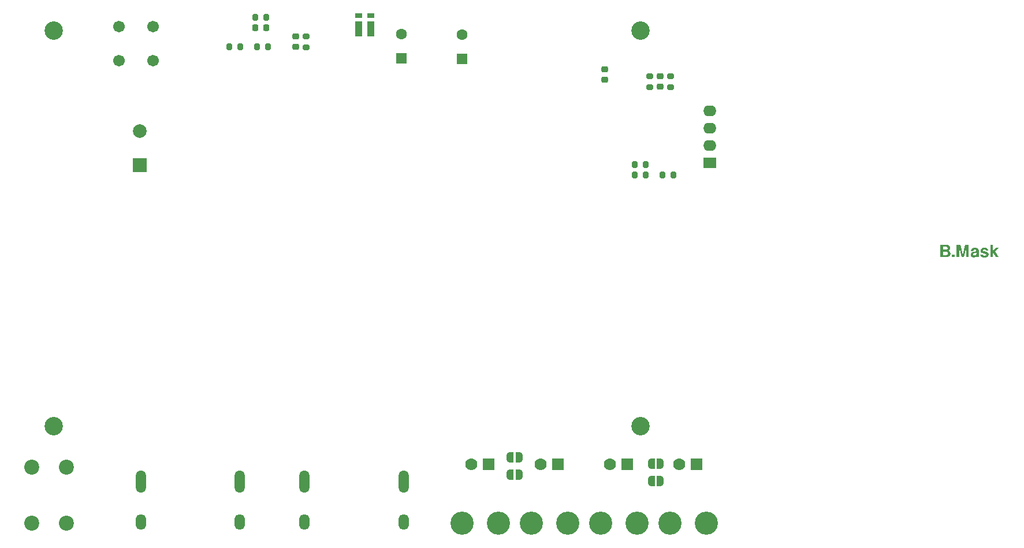
<source format=gbr>
%TF.GenerationSoftware,KiCad,Pcbnew,7.0.9-7.0.9~ubuntu22.04.1*%
%TF.CreationDate,2023-12-27T17:21:19-08:00*%
%TF.ProjectId,NX-J401-Adapter,4e582d4a-3430-4312-9d41-646170746572,1*%
%TF.SameCoordinates,Original*%
%TF.FileFunction,Soldermask,Bot*%
%TF.FilePolarity,Negative*%
%FSLAX46Y46*%
G04 Gerber Fmt 4.6, Leading zero omitted, Abs format (unit mm)*
G04 Created by KiCad (PCBNEW 7.0.9-7.0.9~ubuntu22.04.1) date 2023-12-27 17:21:19*
%MOMM*%
%LPD*%
G01*
G04 APERTURE LIST*
G04 Aperture macros list*
%AMRoundRect*
0 Rectangle with rounded corners*
0 $1 Rounding radius*
0 $2 $3 $4 $5 $6 $7 $8 $9 X,Y pos of 4 corners*
0 Add a 4 corners polygon primitive as box body*
4,1,4,$2,$3,$4,$5,$6,$7,$8,$9,$2,$3,0*
0 Add four circle primitives for the rounded corners*
1,1,$1+$1,$2,$3*
1,1,$1+$1,$4,$5*
1,1,$1+$1,$6,$7*
1,1,$1+$1,$8,$9*
0 Add four rect primitives between the rounded corners*
20,1,$1+$1,$2,$3,$4,$5,0*
20,1,$1+$1,$4,$5,$6,$7,0*
20,1,$1+$1,$6,$7,$8,$9,0*
20,1,$1+$1,$8,$9,$2,$3,0*%
%AMFreePoly0*
4,1,19,0.500000,-0.750000,0.000000,-0.750000,0.000000,-0.744911,-0.071157,-0.744911,-0.207708,-0.704816,-0.327430,-0.627875,-0.420627,-0.520320,-0.479746,-0.390866,-0.500000,-0.250000,-0.500000,0.250000,-0.479746,0.390866,-0.420627,0.520320,-0.327430,0.627875,-0.207708,0.704816,-0.071157,0.744911,0.000000,0.744911,0.000000,0.750000,0.500000,0.750000,0.500000,-0.750000,0.500000,-0.750000,
$1*%
%AMFreePoly1*
4,1,19,0.000000,0.744911,0.071157,0.744911,0.207708,0.704816,0.327430,0.627875,0.420627,0.520320,0.479746,0.390866,0.500000,0.250000,0.500000,-0.250000,0.479746,-0.390866,0.420627,-0.520320,0.327430,-0.627875,0.207708,-0.704816,0.071157,-0.744911,0.000000,-0.744911,0.000000,-0.750000,-0.500000,-0.750000,-0.500000,0.750000,0.000000,0.750000,0.000000,0.744911,0.000000,0.744911,
$1*%
G04 Aperture macros list end*
%ADD10C,0.300000*%
%ADD11C,2.700000*%
%ADD12C,3.400000*%
%ADD13R,1.778000X1.778000*%
%ADD14C,1.778000*%
%ADD15R,2.000000X2.000000*%
%ADD16C,2.000000*%
%ADD17C,2.200000*%
%ADD18R,1.600000X1.600000*%
%ADD19C,1.600000*%
%ADD20O,1.500000X3.300000*%
%ADD21O,1.500000X2.300000*%
%ADD22C,1.701800*%
%ADD23R,1.905000X1.600200*%
%ADD24O,1.905000X1.600200*%
%ADD25FreePoly0,0.000000*%
%ADD26FreePoly1,0.000000*%
%ADD27RoundRect,0.200000X0.275000X-0.200000X0.275000X0.200000X-0.275000X0.200000X-0.275000X-0.200000X0*%
%ADD28RoundRect,0.225000X-0.250000X0.225000X-0.250000X-0.225000X0.250000X-0.225000X0.250000X0.225000X0*%
%ADD29RoundRect,0.200000X0.200000X0.275000X-0.200000X0.275000X-0.200000X-0.275000X0.200000X-0.275000X0*%
%ADD30RoundRect,0.225000X-0.225000X-0.250000X0.225000X-0.250000X0.225000X0.250000X-0.225000X0.250000X0*%
%ADD31RoundRect,0.200000X-0.200000X-0.275000X0.200000X-0.275000X0.200000X0.275000X-0.200000X0.275000X0*%
%ADD32R,1.010000X2.287000*%
%ADD33R,1.010000X0.762000*%
G04 APERTURE END LIST*
D10*
G36*
X359809182Y-115349462D02*
G01*
X359829867Y-115350047D01*
X359850193Y-115351023D01*
X359870158Y-115352388D01*
X359889765Y-115354144D01*
X359909012Y-115356290D01*
X359927899Y-115358826D01*
X359946426Y-115361752D01*
X359964594Y-115365068D01*
X359982402Y-115368775D01*
X359999851Y-115372871D01*
X360016940Y-115377358D01*
X360033669Y-115382235D01*
X360058089Y-115390282D01*
X360081699Y-115399207D01*
X360104433Y-115408827D01*
X360126060Y-115418958D01*
X360146581Y-115429600D01*
X360165994Y-115440754D01*
X360184300Y-115452419D01*
X360201500Y-115464596D01*
X360217593Y-115477284D01*
X360232579Y-115490484D01*
X360246458Y-115504195D01*
X360259230Y-115518418D01*
X360267130Y-115528184D01*
X360278313Y-115542891D01*
X360288901Y-115557537D01*
X360298893Y-115572122D01*
X360311290Y-115591474D01*
X360322628Y-115610717D01*
X360332908Y-115629852D01*
X360342129Y-115648878D01*
X360350292Y-115667796D01*
X360355720Y-115681913D01*
X360362234Y-115700654D01*
X360367879Y-115719314D01*
X360372656Y-115737892D01*
X360376564Y-115756389D01*
X360379604Y-115774805D01*
X360381775Y-115793139D01*
X360383078Y-115811391D01*
X360383513Y-115829563D01*
X360383005Y-115851354D01*
X360381482Y-115872595D01*
X360378944Y-115893287D01*
X360375390Y-115913430D01*
X360370822Y-115933023D01*
X360365238Y-115952066D01*
X360358639Y-115970559D01*
X360351024Y-115988503D01*
X360342394Y-116005897D01*
X360332749Y-116022742D01*
X360325755Y-116033667D01*
X360314324Y-116049781D01*
X360301527Y-116065880D01*
X360287363Y-116081964D01*
X360271832Y-116098033D01*
X360254935Y-116114086D01*
X360236672Y-116130124D01*
X360217042Y-116146147D01*
X360203197Y-116156820D01*
X360188744Y-116167487D01*
X360173684Y-116178147D01*
X360158016Y-116188800D01*
X360141742Y-116199446D01*
X360133377Y-116204767D01*
X360151999Y-116215953D01*
X360170029Y-116227309D01*
X360187469Y-116238836D01*
X360204318Y-116250534D01*
X360220575Y-116262402D01*
X360236241Y-116274440D01*
X360251316Y-116286649D01*
X360265800Y-116299029D01*
X360279693Y-116311579D01*
X360292994Y-116324299D01*
X360305704Y-116337190D01*
X360317823Y-116350252D01*
X360329351Y-116363484D01*
X360350634Y-116390459D01*
X360369551Y-116418116D01*
X360386104Y-116446455D01*
X360400292Y-116475476D01*
X360412116Y-116505179D01*
X360421575Y-116535564D01*
X360428669Y-116566631D01*
X360433398Y-116598380D01*
X360435763Y-116630810D01*
X360436058Y-116647281D01*
X360435583Y-116669782D01*
X360434159Y-116692119D01*
X360431784Y-116714294D01*
X360428459Y-116736305D01*
X360424184Y-116758154D01*
X360418959Y-116779840D01*
X360412785Y-116801364D01*
X360405660Y-116822724D01*
X360397599Y-116843867D01*
X360388398Y-116864956D01*
X360380749Y-116880737D01*
X360372459Y-116896488D01*
X360363528Y-116912208D01*
X360353955Y-116927897D01*
X360343742Y-116943556D01*
X360332887Y-116959184D01*
X360321391Y-116974782D01*
X360309253Y-116990350D01*
X360296293Y-117005534D01*
X360282165Y-117020146D01*
X360266868Y-117034185D01*
X360250404Y-117047652D01*
X360232772Y-117060547D01*
X360213972Y-117072868D01*
X360194003Y-117084618D01*
X360172867Y-117095794D01*
X360150564Y-117106399D01*
X360127092Y-117116430D01*
X360110795Y-117122800D01*
X360094042Y-117128848D01*
X360076895Y-117134505D01*
X360059355Y-117139772D01*
X360041421Y-117144649D01*
X360023094Y-117149136D01*
X360004373Y-117153233D01*
X359985259Y-117156939D01*
X359965751Y-117160255D01*
X359945849Y-117163182D01*
X359925554Y-117165718D01*
X359904866Y-117167864D01*
X359883784Y-117169619D01*
X359862308Y-117170985D01*
X359840439Y-117171960D01*
X359818176Y-117172545D01*
X359795519Y-117172741D01*
X358975195Y-117172741D01*
X358975195Y-116387157D01*
X359350399Y-116387157D01*
X359350399Y-116860071D01*
X359798125Y-116860071D01*
X359831728Y-116859153D01*
X359863163Y-116856400D01*
X359892430Y-116851811D01*
X359919529Y-116845387D01*
X359944460Y-116837128D01*
X359967223Y-116827033D01*
X359987819Y-116815102D01*
X360006246Y-116801336D01*
X360022505Y-116785735D01*
X360036597Y-116768298D01*
X360048520Y-116749026D01*
X360058276Y-116727919D01*
X360065864Y-116704976D01*
X360071284Y-116680197D01*
X360074536Y-116653583D01*
X360075620Y-116625134D01*
X360074536Y-116596316D01*
X360071284Y-116569358D01*
X360065864Y-116544259D01*
X360058276Y-116521019D01*
X360048520Y-116499638D01*
X360036597Y-116480117D01*
X360022505Y-116462455D01*
X360006246Y-116446651D01*
X359987819Y-116432708D01*
X359967223Y-116420623D01*
X359944460Y-116410397D01*
X359919529Y-116402031D01*
X359892430Y-116395524D01*
X359863163Y-116390876D01*
X359831728Y-116388087D01*
X359798125Y-116387157D01*
X359350399Y-116387157D01*
X358975195Y-116387157D01*
X358975195Y-115661937D01*
X359350399Y-115661937D01*
X359350399Y-116074487D01*
X359758173Y-116074487D01*
X359790251Y-116073687D01*
X359820259Y-116071285D01*
X359848198Y-116067281D01*
X359874067Y-116061677D01*
X359897867Y-116054471D01*
X359919597Y-116045663D01*
X359939257Y-116035254D01*
X359956848Y-116023244D01*
X359972370Y-116009633D01*
X359985822Y-115994420D01*
X359997204Y-115977606D01*
X360006517Y-115959190D01*
X360013761Y-115939174D01*
X360018935Y-115917555D01*
X360022039Y-115894336D01*
X360023074Y-115869515D01*
X360022039Y-115844378D01*
X360018935Y-115820864D01*
X360013761Y-115798971D01*
X360006517Y-115778699D01*
X359997204Y-115760050D01*
X359985822Y-115743022D01*
X359972370Y-115727616D01*
X359956848Y-115713831D01*
X359939257Y-115701669D01*
X359919597Y-115691127D01*
X359897867Y-115682208D01*
X359874067Y-115674910D01*
X359848198Y-115669234D01*
X359820259Y-115665180D01*
X359790251Y-115662748D01*
X359758173Y-115661937D01*
X359350399Y-115661937D01*
X358975195Y-115661937D01*
X358975195Y-115349267D01*
X359788137Y-115349267D01*
X359809182Y-115349462D01*
G37*
G36*
X361026223Y-116807525D02*
G01*
X361026223Y-117172741D01*
X360651019Y-117172741D01*
X360651019Y-116807525D01*
X361026223Y-116807525D01*
G37*
G36*
X361723216Y-115751829D02*
G01*
X361723216Y-117172741D01*
X361348012Y-117172741D01*
X361348012Y-115349267D01*
X361908213Y-115349267D01*
X362238253Y-116800142D01*
X362558740Y-115349267D01*
X363123717Y-115349267D01*
X363123717Y-117172741D01*
X362748513Y-117172741D01*
X362748513Y-115751829D01*
X362425855Y-117172741D01*
X362050651Y-117172741D01*
X361723216Y-115751829D01*
G37*
G36*
X364054049Y-115800004D02*
G01*
X364086980Y-115801220D01*
X364118832Y-115803247D01*
X364149604Y-115806085D01*
X364179296Y-115809734D01*
X364207909Y-115814194D01*
X364235442Y-115819464D01*
X364261895Y-115825546D01*
X364287269Y-115832438D01*
X364311562Y-115840141D01*
X364334776Y-115848655D01*
X364356911Y-115857980D01*
X364377965Y-115868115D01*
X364397940Y-115879062D01*
X364416835Y-115890819D01*
X364434651Y-115903387D01*
X364451387Y-115916767D01*
X364467042Y-115930956D01*
X364481619Y-115945957D01*
X364495115Y-115961769D01*
X364507532Y-115978391D01*
X364518869Y-115995825D01*
X364529127Y-116014069D01*
X364538304Y-116033124D01*
X364546402Y-116052990D01*
X364553420Y-116073666D01*
X364559359Y-116095154D01*
X364564217Y-116117452D01*
X364567997Y-116140562D01*
X364570696Y-116164482D01*
X364572315Y-116189213D01*
X364572855Y-116214755D01*
X364572855Y-116965162D01*
X364574104Y-116987975D01*
X364577849Y-117010163D01*
X364584092Y-117031727D01*
X364592831Y-117052667D01*
X364604068Y-117072982D01*
X364614134Y-117087809D01*
X364625605Y-117102285D01*
X364638480Y-117116409D01*
X364652760Y-117130183D01*
X364652760Y-117172741D01*
X364272779Y-117172741D01*
X364261269Y-117156275D01*
X364251710Y-117138093D01*
X364244102Y-117118192D01*
X364239420Y-117101036D01*
X364235987Y-117082780D01*
X364233802Y-117063424D01*
X364232866Y-117042970D01*
X364232827Y-117037684D01*
X364209494Y-117060980D01*
X364185852Y-117082773D01*
X364161901Y-117103063D01*
X364137642Y-117121850D01*
X364113073Y-117139134D01*
X364088197Y-117154915D01*
X364063011Y-117169193D01*
X364037517Y-117181969D01*
X364011714Y-117193241D01*
X363985602Y-117203010D01*
X363959181Y-117211276D01*
X363932452Y-117218040D01*
X363905414Y-117223300D01*
X363878067Y-117227057D01*
X363850412Y-117229312D01*
X363822447Y-117230063D01*
X363799604Y-117229629D01*
X363777325Y-117228326D01*
X363755608Y-117226155D01*
X363734455Y-117223115D01*
X363713865Y-117219207D01*
X363693838Y-117214430D01*
X363674374Y-117208784D01*
X363655473Y-117202270D01*
X363637136Y-117194888D01*
X363619361Y-117186637D01*
X363602150Y-117177517D01*
X363585502Y-117167529D01*
X363569418Y-117156673D01*
X363553896Y-117144948D01*
X363538938Y-117132354D01*
X363524542Y-117118892D01*
X363510923Y-117104715D01*
X363498181Y-117089979D01*
X363486319Y-117074683D01*
X363475335Y-117058828D01*
X363465230Y-117042412D01*
X363456003Y-117025437D01*
X363447656Y-117007902D01*
X363440187Y-116989807D01*
X363433596Y-116971152D01*
X363427885Y-116951938D01*
X363423052Y-116932163D01*
X363419098Y-116911829D01*
X363416022Y-116890936D01*
X363413826Y-116869482D01*
X363412508Y-116847468D01*
X363412068Y-116824895D01*
X363412457Y-116802841D01*
X363413427Y-116784943D01*
X363762519Y-116784943D01*
X363763320Y-116803236D01*
X363765722Y-116820553D01*
X363770976Y-116840824D01*
X363778733Y-116859568D01*
X363788991Y-116876786D01*
X363801752Y-116892478D01*
X363813762Y-116903931D01*
X363830666Y-116916567D01*
X363849351Y-116927061D01*
X363865582Y-116933914D01*
X363882953Y-116939397D01*
X363901463Y-116943509D01*
X363921114Y-116946250D01*
X363941904Y-116947621D01*
X363952727Y-116947792D01*
X363977034Y-116947067D01*
X364000289Y-116944891D01*
X364022490Y-116941265D01*
X364043637Y-116936189D01*
X364063731Y-116929662D01*
X364082772Y-116921685D01*
X364100759Y-116912258D01*
X364117693Y-116901380D01*
X364133573Y-116889052D01*
X364148400Y-116875273D01*
X364157699Y-116865282D01*
X364170660Y-116849119D01*
X364182345Y-116831735D01*
X364192756Y-116813129D01*
X364201892Y-116793303D01*
X364209753Y-116772254D01*
X364216340Y-116749985D01*
X364221652Y-116726494D01*
X364225689Y-116701781D01*
X364228451Y-116675848D01*
X364229584Y-116657880D01*
X364230150Y-116639370D01*
X364230221Y-116629911D01*
X364230221Y-116534807D01*
X364214021Y-116541800D01*
X364195276Y-116548666D01*
X364178449Y-116554067D01*
X364159993Y-116559387D01*
X364139908Y-116564625D01*
X364118195Y-116569782D01*
X364100841Y-116573596D01*
X364082571Y-116577365D01*
X363962715Y-116599947D01*
X363942605Y-116604356D01*
X363923641Y-116609117D01*
X363905822Y-116614229D01*
X363889148Y-116619692D01*
X363868697Y-116627522D01*
X363850281Y-116635977D01*
X363833901Y-116645056D01*
X363816289Y-116657282D01*
X363807248Y-116665086D01*
X363794362Y-116679234D01*
X363783661Y-116695077D01*
X363775143Y-116712618D01*
X363768809Y-116731854D01*
X363764659Y-116752787D01*
X363762912Y-116770755D01*
X363762519Y-116784943D01*
X363413427Y-116784943D01*
X363413622Y-116781352D01*
X363415564Y-116760429D01*
X363418284Y-116740071D01*
X363421780Y-116720280D01*
X363426053Y-116701054D01*
X363431103Y-116682394D01*
X363436930Y-116664299D01*
X363443534Y-116646770D01*
X363450914Y-116629807D01*
X363459072Y-116613410D01*
X363468007Y-116597578D01*
X363477718Y-116582313D01*
X363488207Y-116567613D01*
X363499472Y-116553478D01*
X363511515Y-116539910D01*
X363524334Y-116526907D01*
X363537930Y-116514470D01*
X363552303Y-116502598D01*
X363567453Y-116491292D01*
X363583380Y-116480552D01*
X363600084Y-116470378D01*
X363617565Y-116460770D01*
X363635823Y-116451727D01*
X363654857Y-116443250D01*
X363674669Y-116435339D01*
X363695257Y-116427993D01*
X363716623Y-116421213D01*
X363738765Y-116414999D01*
X363761684Y-116409351D01*
X363785381Y-116404268D01*
X363809854Y-116399751D01*
X363950121Y-116374998D01*
X363968274Y-116373074D01*
X363986934Y-116370670D01*
X364000061Y-116368918D01*
X364018241Y-116366193D01*
X364036974Y-116363056D01*
X364054814Y-116359252D01*
X364057384Y-116358496D01*
X364074343Y-116354068D01*
X364091375Y-116350269D01*
X364106022Y-116347205D01*
X364124823Y-116342846D01*
X364141685Y-116337520D01*
X364157265Y-116329834D01*
X364171728Y-116319931D01*
X364185977Y-116309590D01*
X364193743Y-116303779D01*
X364206730Y-116291869D01*
X364217153Y-116277589D01*
X364222404Y-116265998D01*
X364227168Y-116249184D01*
X364229733Y-116230660D01*
X364230221Y-116217360D01*
X364228439Y-116193224D01*
X364223091Y-116171462D01*
X364214179Y-116152074D01*
X364201702Y-116135060D01*
X364185660Y-116120421D01*
X364166054Y-116108155D01*
X364142882Y-116098263D01*
X364125454Y-116092987D01*
X364106441Y-116088767D01*
X364085844Y-116085601D01*
X364063663Y-116083491D01*
X364039897Y-116082436D01*
X364027420Y-116082304D01*
X364003753Y-116082655D01*
X363981446Y-116083709D01*
X363960497Y-116085464D01*
X363940906Y-116087922D01*
X363922675Y-116091083D01*
X363900480Y-116096389D01*
X363880701Y-116102944D01*
X363863337Y-116110747D01*
X363848389Y-116119798D01*
X363845029Y-116122256D01*
X363829584Y-116136332D01*
X363818632Y-116149882D01*
X363808929Y-116165468D01*
X363800475Y-116183090D01*
X363793269Y-116202747D01*
X363787311Y-116224440D01*
X363783662Y-116242045D01*
X363780716Y-116260796D01*
X363779890Y-116267301D01*
X363442467Y-116267301D01*
X363444976Y-116238526D01*
X363448489Y-116210665D01*
X363453003Y-116183717D01*
X363458521Y-116157683D01*
X363465041Y-116132562D01*
X363472563Y-116108355D01*
X363481088Y-116085061D01*
X363490616Y-116062681D01*
X363501146Y-116041214D01*
X363512678Y-116020661D01*
X363525213Y-116001021D01*
X363538751Y-115982295D01*
X363553291Y-115964482D01*
X363568834Y-115947582D01*
X363585379Y-115931596D01*
X363602927Y-115916524D01*
X363621477Y-115902365D01*
X363641030Y-115889120D01*
X363661586Y-115876788D01*
X363683144Y-115865369D01*
X363705704Y-115854864D01*
X363729267Y-115845272D01*
X363753833Y-115836594D01*
X363779401Y-115828830D01*
X363805972Y-115821979D01*
X363833545Y-115816041D01*
X363862121Y-115811017D01*
X363891699Y-115806906D01*
X363922280Y-115803709D01*
X363953863Y-115801425D01*
X363986449Y-115800055D01*
X364020037Y-115799598D01*
X364054049Y-115800004D01*
G37*
G36*
X365138701Y-116780166D02*
G01*
X365143614Y-116800821D01*
X365149666Y-116820227D01*
X365156859Y-116838385D01*
X365165191Y-116855294D01*
X365174663Y-116870954D01*
X365185276Y-116885366D01*
X365197028Y-116898530D01*
X365209920Y-116910445D01*
X365224889Y-116920929D01*
X365242870Y-116930014D01*
X365263864Y-116937702D01*
X365281586Y-116942551D01*
X365301004Y-116946613D01*
X365322115Y-116949889D01*
X365344922Y-116952379D01*
X365369423Y-116954082D01*
X365395619Y-116955000D01*
X365414024Y-116955174D01*
X365436513Y-116954869D01*
X365458054Y-116953953D01*
X365478650Y-116952426D01*
X365498299Y-116950289D01*
X365517001Y-116947541D01*
X365534756Y-116944182D01*
X365556958Y-116938754D01*
X365577477Y-116932240D01*
X365596313Y-116924640D01*
X365605100Y-116920433D01*
X365621283Y-116911212D01*
X365638478Y-116898483D01*
X365652301Y-116884418D01*
X365662753Y-116869018D01*
X365669833Y-116852281D01*
X365673541Y-116834209D01*
X365674148Y-116822724D01*
X365672493Y-116803508D01*
X365667526Y-116786246D01*
X365659248Y-116770938D01*
X365647658Y-116757584D01*
X365632187Y-116745316D01*
X365614643Y-116735116D01*
X365596628Y-116726770D01*
X365579516Y-116720095D01*
X365560496Y-116713674D01*
X365556463Y-116712421D01*
X365138701Y-116582576D01*
X365120625Y-116577691D01*
X365108303Y-116573891D01*
X365091392Y-116568134D01*
X365074452Y-116561938D01*
X365069653Y-116559994D01*
X365052603Y-116552742D01*
X365035692Y-116546220D01*
X365028398Y-116543492D01*
X365010985Y-116536351D01*
X364994868Y-116528299D01*
X364981932Y-116520042D01*
X364967372Y-116508806D01*
X364952700Y-116497732D01*
X364940677Y-116488775D01*
X364926266Y-116476536D01*
X364913976Y-116463703D01*
X364902906Y-116448901D01*
X364902027Y-116447520D01*
X364892567Y-116431277D01*
X364883610Y-116415263D01*
X364875259Y-116399836D01*
X364873366Y-116396277D01*
X364865610Y-116379258D01*
X364858954Y-116360934D01*
X364853960Y-116343549D01*
X364850784Y-116329834D01*
X364847554Y-116310673D01*
X364845247Y-116290968D01*
X364843986Y-116273281D01*
X364843430Y-116255178D01*
X364843402Y-116249930D01*
X364843983Y-116224268D01*
X364845729Y-116199284D01*
X364848638Y-116174979D01*
X364852711Y-116151352D01*
X364857948Y-116128404D01*
X364864348Y-116106134D01*
X364871912Y-116084543D01*
X364880640Y-116063631D01*
X364890531Y-116043397D01*
X364901586Y-116023841D01*
X364913805Y-116004964D01*
X364927187Y-115986766D01*
X364941734Y-115969246D01*
X364957443Y-115952405D01*
X364974317Y-115936242D01*
X364992354Y-115920758D01*
X365011397Y-115906086D01*
X365031289Y-115892361D01*
X365052028Y-115879583D01*
X365073616Y-115867751D01*
X365096052Y-115856865D01*
X365119336Y-115846926D01*
X365143468Y-115837934D01*
X365168448Y-115829888D01*
X365194277Y-115822789D01*
X365220953Y-115816636D01*
X365248478Y-115811430D01*
X365276851Y-115807171D01*
X365306072Y-115803858D01*
X365336142Y-115801492D01*
X365367059Y-115800072D01*
X365398825Y-115799598D01*
X365432455Y-115800072D01*
X365465166Y-115801492D01*
X365496957Y-115803858D01*
X365527828Y-115807171D01*
X365557781Y-115811430D01*
X365586814Y-115816636D01*
X365614927Y-115822789D01*
X365642121Y-115829888D01*
X365668396Y-115837934D01*
X365693751Y-115846926D01*
X365718187Y-115856865D01*
X365741703Y-115867751D01*
X365764300Y-115879583D01*
X365785978Y-115892361D01*
X365806736Y-115906086D01*
X365826575Y-115920758D01*
X365845369Y-115936271D01*
X365862992Y-115952520D01*
X365879445Y-115969506D01*
X365894727Y-115987228D01*
X365908839Y-116005685D01*
X365921780Y-116024880D01*
X365933551Y-116044810D01*
X365944152Y-116065476D01*
X365953582Y-116086879D01*
X365961841Y-116109018D01*
X365968930Y-116131893D01*
X365974849Y-116155505D01*
X365979597Y-116179852D01*
X365983174Y-116204936D01*
X365985581Y-116230756D01*
X365986818Y-116257312D01*
X365648961Y-116257312D01*
X365647668Y-116235173D01*
X365644442Y-116214463D01*
X365639282Y-116195180D01*
X365632187Y-116177326D01*
X365623160Y-116160901D01*
X365612198Y-116145903D01*
X365599302Y-116132334D01*
X365584473Y-116120194D01*
X365567709Y-116109481D01*
X365549012Y-116100197D01*
X365528381Y-116092341D01*
X365505817Y-116085914D01*
X365481318Y-116080915D01*
X365454886Y-116077344D01*
X365426519Y-116075202D01*
X365396219Y-116074487D01*
X365373678Y-116075017D01*
X365352304Y-116076604D01*
X365332098Y-116079251D01*
X365313058Y-116082956D01*
X365295185Y-116087719D01*
X365278480Y-116093541D01*
X365259239Y-116102307D01*
X365248570Y-116108360D01*
X365232806Y-116119518D01*
X365219715Y-116131820D01*
X365207532Y-116148095D01*
X365199196Y-116166019D01*
X365194707Y-116185591D01*
X365193852Y-116199555D01*
X365195400Y-116218554D01*
X365200838Y-116237073D01*
X365210193Y-116252569D01*
X365218606Y-116261221D01*
X365234158Y-116271752D01*
X365249705Y-116279792D01*
X365268580Y-116287955D01*
X365286851Y-116294851D01*
X365307434Y-116301831D01*
X365316315Y-116304647D01*
X365758830Y-116432321D01*
X365790960Y-116442758D01*
X365821018Y-116454638D01*
X365849002Y-116467959D01*
X365874914Y-116482722D01*
X365898752Y-116498928D01*
X365920518Y-116516575D01*
X365940211Y-116535664D01*
X365957831Y-116556194D01*
X365973378Y-116578167D01*
X365986852Y-116601582D01*
X365998253Y-116626438D01*
X366007581Y-116652737D01*
X366014837Y-116680477D01*
X366020019Y-116709659D01*
X366023128Y-116740283D01*
X366024165Y-116772349D01*
X366023731Y-116791722D01*
X366022428Y-116810972D01*
X366020256Y-116830100D01*
X366017217Y-116849105D01*
X366013308Y-116867989D01*
X366008531Y-116886751D01*
X366002886Y-116905390D01*
X365996372Y-116923907D01*
X365989003Y-116942343D01*
X365980576Y-116960738D01*
X365971090Y-116979093D01*
X365960545Y-116997406D01*
X365948942Y-117015680D01*
X365936281Y-117033912D01*
X365922561Y-117052103D01*
X365911576Y-117065720D01*
X365907782Y-117070254D01*
X365895763Y-117083596D01*
X365882668Y-117096427D01*
X365868496Y-117108746D01*
X365853248Y-117120554D01*
X365836924Y-117131851D01*
X365819523Y-117142636D01*
X365801046Y-117152909D01*
X365781493Y-117162671D01*
X365760863Y-117171922D01*
X365739157Y-117180661D01*
X365724089Y-117186203D01*
X365700730Y-117194041D01*
X365676577Y-117201108D01*
X365651631Y-117207405D01*
X365634559Y-117211174D01*
X365617134Y-117214601D01*
X365599356Y-117217685D01*
X365581226Y-117220426D01*
X365562743Y-117222825D01*
X365543906Y-117224881D01*
X365524717Y-117226594D01*
X365505175Y-117227965D01*
X365485281Y-117228993D01*
X365465033Y-117229678D01*
X365444433Y-117230020D01*
X365434000Y-117230063D01*
X365395646Y-117229624D01*
X365358481Y-117228306D01*
X365322504Y-117226109D01*
X365287715Y-117223034D01*
X365254114Y-117219079D01*
X365221701Y-117214247D01*
X365190477Y-117208535D01*
X365160441Y-117201945D01*
X365131594Y-117194476D01*
X365103934Y-117186128D01*
X365077463Y-117176902D01*
X365052181Y-117166797D01*
X365028086Y-117155813D01*
X365005180Y-117143950D01*
X364983462Y-117131209D01*
X364962933Y-117117589D01*
X364943591Y-117103090D01*
X364925438Y-117087713D01*
X364908474Y-117071457D01*
X364892697Y-117054322D01*
X364878109Y-117036309D01*
X364864709Y-117017417D01*
X364852498Y-116997646D01*
X364841475Y-116976996D01*
X364831640Y-116955468D01*
X364822993Y-116933061D01*
X364815534Y-116909775D01*
X364809264Y-116885611D01*
X364804183Y-116860568D01*
X364800289Y-116834646D01*
X364797584Y-116807845D01*
X364796067Y-116780166D01*
X365138701Y-116780166D01*
G37*
G36*
X366616501Y-116347205D02*
G01*
X367059015Y-115822180D01*
X367456801Y-115822180D01*
X366996481Y-116332440D01*
X367489371Y-117172741D01*
X367078992Y-117172741D01*
X366756334Y-116577365D01*
X366616501Y-116729791D01*
X366616501Y-117172741D01*
X366266050Y-117172741D01*
X366266050Y-115349267D01*
X366616501Y-115349267D01*
X366616501Y-116347205D01*
G37*
D11*
%TO.C,H1*%
X229000000Y-84000000D03*
%TD*%
D12*
%TO.C,J10*%
X304295000Y-156214000D03*
X298955000Y-156214000D03*
D13*
X302895000Y-147574000D03*
D14*
X300355000Y-147574000D03*
%TD*%
D15*
%TO.C,C8*%
X241554000Y-103713677D03*
D16*
X241554000Y-98713677D03*
%TD*%
D17*
%TO.C,J13*%
X225774000Y-148004000D03*
X225774000Y-156204000D03*
X230854000Y-148004000D03*
X230854000Y-156204000D03*
%TD*%
D18*
%TO.C,C3*%
X279908000Y-88012651D03*
D19*
X279908000Y-84512651D03*
%TD*%
D12*
%TO.C,J9*%
X294135000Y-156214000D03*
X288795000Y-156214000D03*
D13*
X292735000Y-147574000D03*
D14*
X290195000Y-147574000D03*
%TD*%
D18*
%TO.C,C4*%
X288798000Y-88082000D03*
D19*
X288798000Y-84582000D03*
%TD*%
D12*
%TO.C,J11*%
X314455000Y-156214000D03*
X309115000Y-156214000D03*
D13*
X313055000Y-147574000D03*
D14*
X310515000Y-147574000D03*
%TD*%
D11*
%TO.C,H3*%
X229000000Y-142000000D03*
%TD*%
D20*
%TO.C,J14*%
X256250000Y-150075000D03*
X241750000Y-150075000D03*
D21*
X256250000Y-156035000D03*
X241750000Y-156035000D03*
%TD*%
D11*
%TO.C,H2*%
X315000000Y-84000000D03*
%TD*%
D22*
%TO.C,J2*%
X238561113Y-88406784D03*
X243561113Y-88406784D03*
X238561113Y-83406784D03*
X243561113Y-83406784D03*
%TD*%
D20*
%TO.C,J15*%
X280250000Y-150075000D03*
X265750000Y-150075000D03*
D21*
X280250000Y-156035000D03*
X265750000Y-156035000D03*
%TD*%
D11*
%TO.C,H4*%
X315000000Y-142000000D03*
%TD*%
D12*
%TO.C,J12*%
X324615000Y-156214000D03*
X319275000Y-156214000D03*
D13*
X323215000Y-147574000D03*
D14*
X320675000Y-147574000D03*
%TD*%
D23*
%TO.C,J4*%
X325120000Y-103378000D03*
D24*
X325120000Y-100838000D03*
X325120000Y-98298000D03*
X325120000Y-95758000D03*
%TD*%
D25*
%TO.C,JP3*%
X295895000Y-149098000D03*
D26*
X297195000Y-149098000D03*
%TD*%
D27*
%TO.C,R14*%
X265938000Y-86423000D03*
X265938000Y-84773000D03*
%TD*%
D28*
%TO.C,C12*%
X309753000Y-89649000D03*
X309753000Y-91199000D03*
%TD*%
D27*
%TO.C,R17*%
X319405000Y-92265000D03*
X319405000Y-90615000D03*
%TD*%
D29*
%TO.C,R19*%
X315785000Y-103632000D03*
X314135000Y-103632000D03*
%TD*%
D30*
%TO.C,C10*%
X258559000Y-83566000D03*
X260109000Y-83566000D03*
%TD*%
D28*
%TO.C,C13*%
X317881000Y-90665000D03*
X317881000Y-92215000D03*
%TD*%
D25*
%TO.C,JP2*%
X316596000Y-147504000D03*
D26*
X317896000Y-147504000D03*
%TD*%
D27*
%TO.C,R18*%
X316357000Y-92265000D03*
X316357000Y-90615000D03*
%TD*%
D28*
%TO.C,C11*%
X264414000Y-84823000D03*
X264414000Y-86373000D03*
%TD*%
D31*
%TO.C,R15*%
X258763000Y-86360000D03*
X260413000Y-86360000D03*
%TD*%
D25*
%TO.C,JP1*%
X295895000Y-146558000D03*
D26*
X297195000Y-146558000D03*
%TD*%
D31*
%TO.C,R16*%
X254699000Y-86360000D03*
X256349000Y-86360000D03*
%TD*%
D32*
%TO.C,R13*%
X275463000Y-83693000D03*
D33*
X275463000Y-81787000D03*
X273693000Y-81787000D03*
D32*
X273693000Y-83692500D03*
%TD*%
D29*
%TO.C,R12*%
X260159000Y-82042000D03*
X258509000Y-82042000D03*
%TD*%
D31*
%TO.C,R20*%
X318199000Y-105156000D03*
X319849000Y-105156000D03*
%TD*%
%TO.C,R21*%
X314135000Y-105156000D03*
X315785000Y-105156000D03*
%TD*%
D25*
%TO.C,JP4*%
X316596000Y-150044000D03*
D26*
X317896000Y-150044000D03*
%TD*%
M02*

</source>
